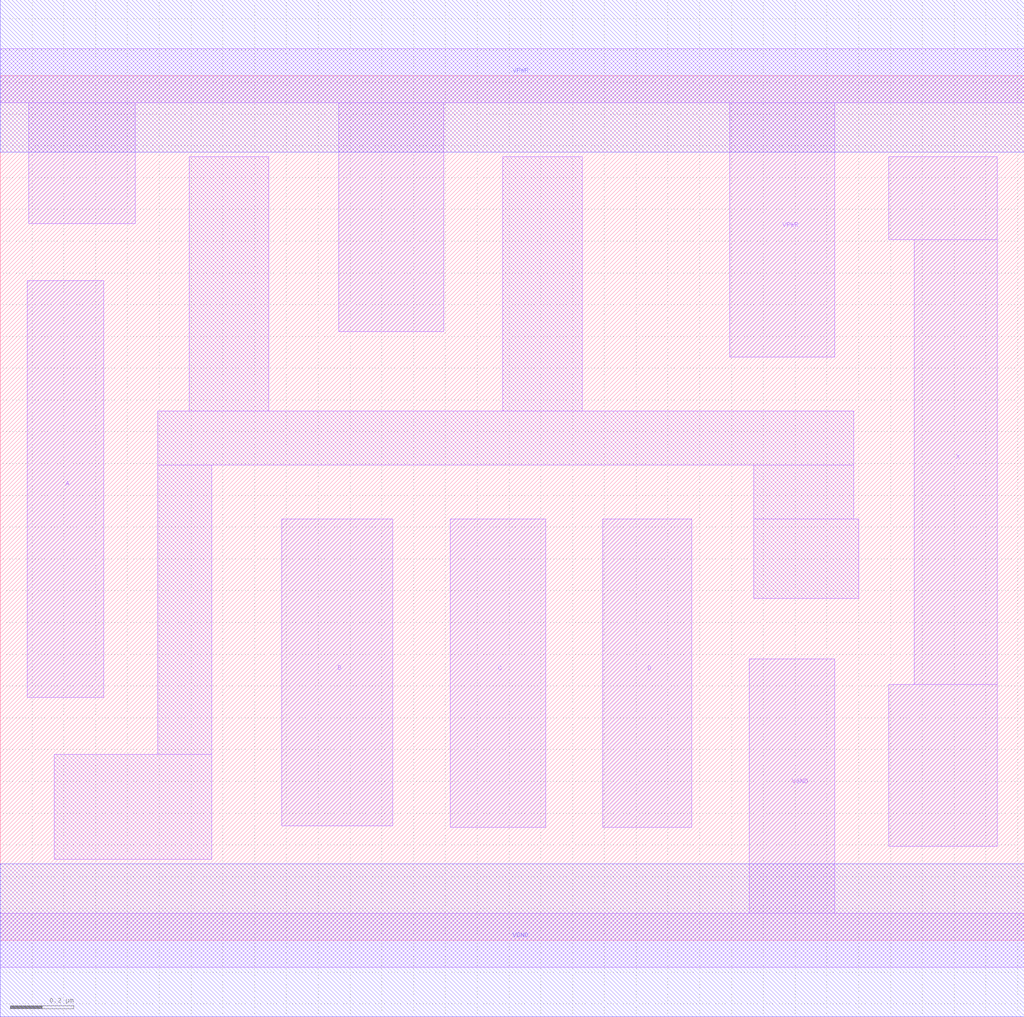
<source format=lef>
# Copyright 2020 The SkyWater PDK Authors
#
# Licensed under the Apache License, Version 2.0 (the "License");
# you may not use this file except in compliance with the License.
# You may obtain a copy of the License at
#
#     https://www.apache.org/licenses/LICENSE-2.0
#
# Unless required by applicable law or agreed to in writing, software
# distributed under the License is distributed on an "AS IS" BASIS,
# WITHOUT WARRANTIES OR CONDITIONS OF ANY KIND, either express or implied.
# See the License for the specific language governing permissions and
# limitations under the License.
#
# SPDX-License-Identifier: Apache-2.0

VERSION 5.5 ;
NAMESCASESENSITIVE ON ;
BUSBITCHARS "[]" ;
DIVIDERCHAR "/" ;
MACRO sky130_fd_sc_hd__and4_1
  CLASS CORE ;
  SOURCE USER ;
  ORIGIN  0.000000  0.000000 ;
  SIZE  3.220000 BY  2.720000 ;
  SYMMETRY X Y R90 ;
  SITE unithd ;
  PIN A
    ANTENNAGATEAREA  0.126000 ;
    DIRECTION INPUT ;
    USE SIGNAL ;
    PORT
      LAYER li1 ;
        RECT 0.085000 0.765000 0.325000 2.075000 ;
    END
  END A
  PIN B
    ANTENNAGATEAREA  0.126000 ;
    DIRECTION INPUT ;
    USE SIGNAL ;
    PORT
      LAYER li1 ;
        RECT 0.885000 0.360000 1.235000 1.325000 ;
    END
  END B
  PIN C
    ANTENNAGATEAREA  0.126000 ;
    DIRECTION INPUT ;
    USE SIGNAL ;
    PORT
      LAYER li1 ;
        RECT 1.415000 0.355000 1.715000 1.325000 ;
    END
  END C
  PIN D
    ANTENNAGATEAREA  0.126000 ;
    DIRECTION INPUT ;
    USE SIGNAL ;
    PORT
      LAYER li1 ;
        RECT 1.895000 0.355000 2.175000 1.325000 ;
    END
  END D
  PIN X
    ANTENNADIFFAREA  0.429000 ;
    DIRECTION OUTPUT ;
    USE SIGNAL ;
    PORT
      LAYER li1 ;
        RECT 2.795000 0.295000 3.135000 0.805000 ;
        RECT 2.795000 2.205000 3.135000 2.465000 ;
        RECT 2.875000 0.805000 3.135000 2.205000 ;
    END
  END X
  PIN VGND
    DIRECTION INOUT ;
    SHAPE ABUTMENT ;
    USE GROUND ;
    PORT
      LAYER li1 ;
        RECT 0.000000 -0.085000 3.220000 0.085000 ;
        RECT 2.355000  0.085000 2.625000 0.885000 ;
    END
    PORT
      LAYER met1 ;
        RECT 0.000000 -0.240000 3.220000 0.240000 ;
    END
  END VGND
  PIN VPWR
    DIRECTION INOUT ;
    SHAPE ABUTMENT ;
    USE POWER ;
    PORT
      LAYER li1 ;
        RECT 0.000000 2.635000 3.220000 2.805000 ;
        RECT 0.090000 2.255000 0.425000 2.635000 ;
        RECT 1.065000 1.915000 1.395000 2.635000 ;
        RECT 2.295000 1.835000 2.625000 2.635000 ;
    END
    PORT
      LAYER met1 ;
        RECT 0.000000 2.480000 3.220000 2.960000 ;
    END
  END VPWR
  OBS
    LAYER li1 ;
      RECT 0.170000 0.255000 0.665000 0.585000 ;
      RECT 0.495000 0.585000 0.665000 1.495000 ;
      RECT 0.495000 1.495000 2.685000 1.665000 ;
      RECT 0.595000 1.665000 0.845000 2.465000 ;
      RECT 1.580000 1.665000 1.830000 2.465000 ;
      RECT 2.370000 1.075000 2.700000 1.325000 ;
      RECT 2.370000 1.325000 2.685000 1.495000 ;
  END
END sky130_fd_sc_hd__and4_1
END LIBRARY

</source>
